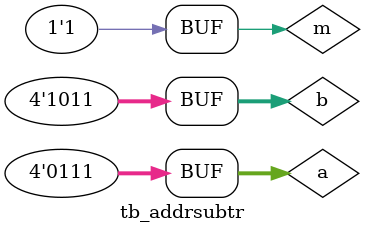
<source format=v>
`timescale 1ns / 1ps



module tb_addrsubtr();
reg [3:0]a,b;
reg m;
wire c;
wire [3:0]s;

bit_4addrsubtr  m1(a,b,c,s,m);
initial 
begin
a=7;b=11;
#20 
m=0;
#20
m=1;
end
endmodule

</source>
